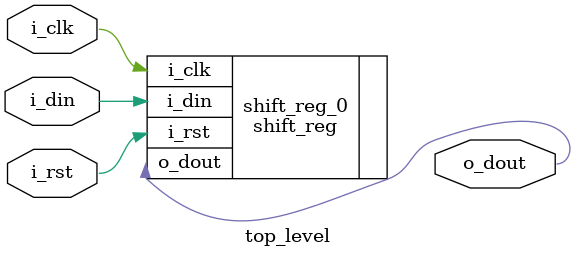
<source format=v>
module top_level
#(parameter LENGTH = 8)
    (
        input wire i_clk,
        input wire i_rst,
        input wire i_din,
        output wire o_dout
    );

    shift_reg #(.LENGTH(LENGTH)) shift_reg_0 (
        .i_clk(i_clk),
        .i_rst(i_rst),
        .i_din(i_din),
        .o_dout(o_dout)
    );

endmodule

</source>
